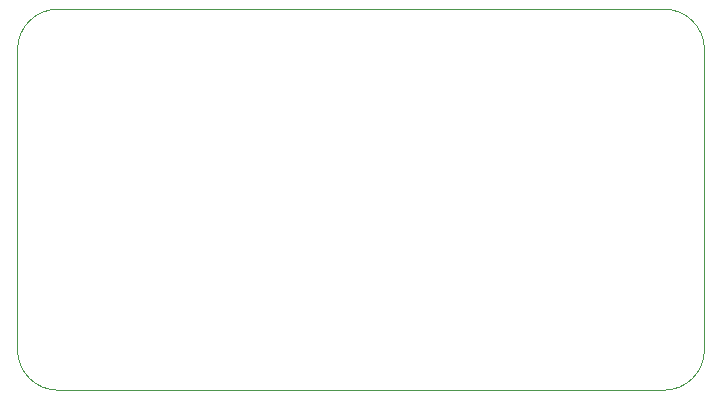
<source format=gm1>
G04 #@! TF.GenerationSoftware,KiCad,Pcbnew,(6.0.2-0)*
G04 #@! TF.CreationDate,2022-02-13T15:07:21-08:00*
G04 #@! TF.ProjectId,TimTime,54696d54-696d-4652-9e6b-696361645f70,rev?*
G04 #@! TF.SameCoordinates,Original*
G04 #@! TF.FileFunction,Profile,NP*
%FSLAX46Y46*%
G04 Gerber Fmt 4.6, Leading zero omitted, Abs format (unit mm)*
G04 Created by KiCad (PCBNEW (6.0.2-0)) date 2022-02-13 15:07:21*
%MOMM*%
%LPD*%
G01*
G04 APERTURE LIST*
G04 #@! TA.AperFunction,Profile*
%ADD10C,0.050000*%
G04 #@! TD*
G04 APERTURE END LIST*
D10*
X113792000Y-89154000D02*
X165100000Y-89154000D01*
X110363000Y-117983000D02*
X110363000Y-92583000D01*
X165100000Y-121412000D02*
X113792000Y-121412000D01*
X168529000Y-92583000D02*
X168529000Y-117983000D01*
X168529000Y-92583000D02*
G75*
G03*
X165100000Y-89154000I-3429000J0D01*
G01*
X113792000Y-89154000D02*
G75*
G03*
X110363000Y-92583000I0J-3429000D01*
G01*
X110363000Y-117983000D02*
G75*
G03*
X113792000Y-121412000I3429000J0D01*
G01*
X165100000Y-121412000D02*
G75*
G03*
X168529000Y-117983000I0J3429000D01*
G01*
M02*

</source>
